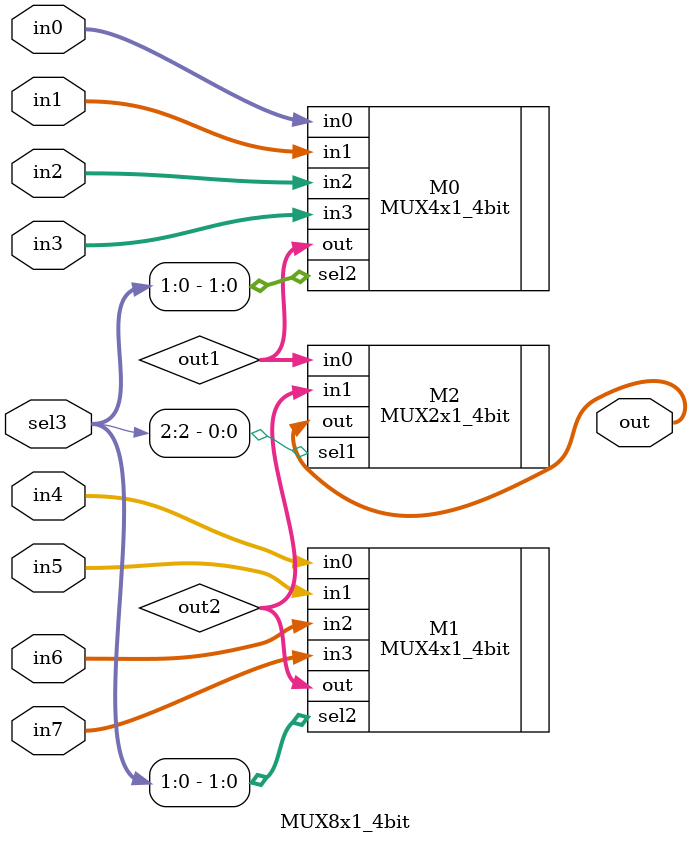
<source format=sv>
`timescale 1ns / 1ps


module MUX8x1_4bit(input [2:0] sel3, 
                input [3:0] in0,in1,in2,in3,in4,in5,in6,in7,
                output reg [3:0] out
    );
    
wire [3:0] out1, out2;
MUX4x1_4bit M0(.sel2(sel3[1:0]), .in0(in0), .in1(in1), .in2(in2), .in3(in3), .out(out1));
MUX4x1_4bit M1(.sel2(sel3[1:0]), .in0(in4), .in1(in5), .in2(in6), .in3(in7), .out(out2));

MUX2x1_4bit M2(.sel1(sel3[2]),  .in0(out1), .in1(out2), .out(out));

endmodule

</source>
